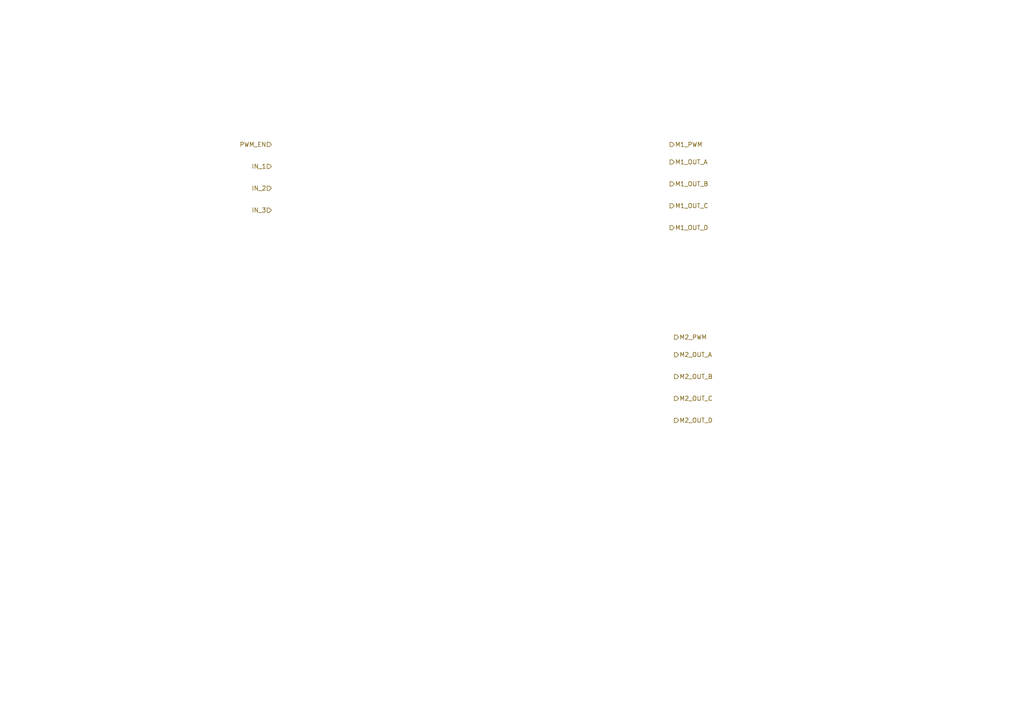
<source format=kicad_sch>
(kicad_sch
	(version 20250114)
	(generator "eeschema")
	(generator_version "9.0")
	(uuid "bf955136-0f68-46a3-a0ed-cb5925809894")
	(paper "A4")
	(lib_symbols)
	(hierarchical_label "M2_PWM"
		(shape output)
		(at 195.58 97.79 0)
		(effects
			(font
				(size 1.27 1.27)
			)
			(justify left)
		)
		(uuid "0890814c-4dda-4975-a4b9-16007bb22cf8")
	)
	(hierarchical_label "M1_OUT_C"
		(shape output)
		(at 194.31 59.69 0)
		(effects
			(font
				(size 1.27 1.27)
			)
			(justify left)
		)
		(uuid "22eed822-60a3-49ad-847a-bf70be5a9d46")
	)
	(hierarchical_label "IN_3"
		(shape input)
		(at 78.74 60.96 180)
		(effects
			(font
				(size 1.27 1.27)
			)
			(justify right)
		)
		(uuid "2684c576-6844-4d47-be55-8ece59fb209b")
	)
	(hierarchical_label "M2_OUT_D"
		(shape output)
		(at 195.58 121.92 0)
		(effects
			(font
				(size 1.27 1.27)
			)
			(justify left)
		)
		(uuid "4b2779ed-612a-4a1b-9940-8c10e5443bd5")
	)
	(hierarchical_label "M1_OUT_B"
		(shape output)
		(at 194.31 53.34 0)
		(effects
			(font
				(size 1.27 1.27)
			)
			(justify left)
		)
		(uuid "6de24e2d-22c1-4aae-8fec-d86fd109c34d")
	)
	(hierarchical_label "IN_1"
		(shape input)
		(at 78.74 48.26 180)
		(effects
			(font
				(size 1.27 1.27)
			)
			(justify right)
		)
		(uuid "7fe62cf6-0b6c-4f5d-8bb6-58c37c136c97")
	)
	(hierarchical_label "M1_OUT_D"
		(shape output)
		(at 194.31 66.04 0)
		(effects
			(font
				(size 1.27 1.27)
			)
			(justify left)
		)
		(uuid "9d4ac2f4-b350-4bee-bf1c-90339884a450")
	)
	(hierarchical_label "M1_OUT_A"
		(shape output)
		(at 194.31 46.99 0)
		(effects
			(font
				(size 1.27 1.27)
			)
			(justify left)
		)
		(uuid "a3a3c0f4-baae-4729-b766-e2e4fe239796")
	)
	(hierarchical_label "M2_OUT_B"
		(shape output)
		(at 195.58 109.22 0)
		(effects
			(font
				(size 1.27 1.27)
			)
			(justify left)
		)
		(uuid "bbc86f74-befd-4390-bfcc-b7e972f3664c")
	)
	(hierarchical_label "IN_2"
		(shape input)
		(at 78.74 54.61 180)
		(effects
			(font
				(size 1.27 1.27)
			)
			(justify right)
		)
		(uuid "bbd757b5-c284-41b4-9c81-3931e21600e9")
	)
	(hierarchical_label "M2_OUT_C"
		(shape output)
		(at 195.58 115.57 0)
		(effects
			(font
				(size 1.27 1.27)
			)
			(justify left)
		)
		(uuid "c8e5ca1b-4be6-416e-9c35-4d2cc7eb6dfb")
	)
	(hierarchical_label "M1_PWM"
		(shape output)
		(at 194.31 41.91 0)
		(effects
			(font
				(size 1.27 1.27)
			)
			(justify left)
		)
		(uuid "d928932c-1ad5-4c26-8447-649d15cd0607")
	)
	(hierarchical_label "PWM_EN"
		(shape input)
		(at 78.74 41.91 180)
		(effects
			(font
				(size 1.27 1.27)
			)
			(justify right)
		)
		(uuid "f469fc94-4acc-4afe-9619-8b66f74346a8")
	)
	(hierarchical_label "M2_OUT_A"
		(shape output)
		(at 195.58 102.87 0)
		(effects
			(font
				(size 1.27 1.27)
			)
			(justify left)
		)
		(uuid "ff3cc171-2239-4f9e-b3a2-6d061bd8db17")
	)
)

</source>
